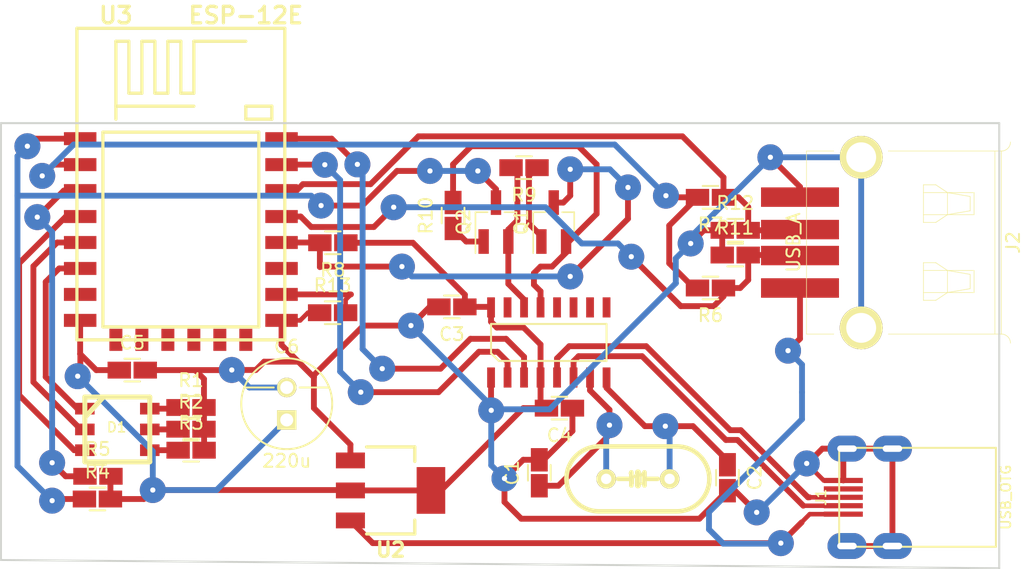
<source format=kicad_pcb>
(kicad_pcb (version 20221018) (generator pcbnew)
  (layers (0 "F.Cu" signal) (31 "B.Cu" signal) (34 "B.Paste" user) (35 "F.Paste" user) (36 "B.SilkS" user "B.Silkscreen") (37 "F.SilkS" user "F.Silkscreen") (38 "B.Mask" user) (39 "F.Mask" user) (44 "Edge.Cuts" user))
  (net 0 "")
  (net 1 "+3V3")
  (net 2 "GND")
  (net 3 "+5V")
  (net 4 "Net-(J2-Pad2)")
  (net 5 "Net-(J2-Pad3)")
  (net 6 "Net-(R6-Pad2)")
  (net 7 "Net-(R5-Pad1)")
  (net 8 "Net-(U3-Pad7)")
  (net 9 "Net-(U3-Pad17)")
  (net 10 "GPIO0")
  (net 11 "RXD")
  (net 12 "TXD")
  (net 13 "Net-(U3-Pad9)")
  (net 14 "Net-(U3-Pad10)")
  (net 15 "Net-(U3-Pad11)")
  (net 16 "Net-(U3-Pad12)")
  (net 17 "Net-(U3-Pad13)")
  (net 18 "Net-(U3-Pad14)")
  (net 19 "Net-(Q1-Pad1)")
  (net 20 "DTR")
  (net 21 "RTS")
  (net 22 "REST")
  (net 23 "Net-(Q2-Pad1)")
  (net 24 "Net-(C1-Pad1)")
  (net 25 "Net-(C2-Pad1)")
  (net 26 "Net-(J1-Pad4)")
  (net 27 "Net-(J1-Pad3)")
  (net 28 "Net-(J1-Pad2)")
  (net 29 "Net-(D1-Pad3)")
  (net 30 "Net-(D1-Pad2)")
  (net 31 "Net-(D1-Pad1)")
  (net 32 "Net-(U1-Pad9)")
  (net 33 "Net-(U1-Pad10)")
  (net 34 "Net-(U1-Pad11)")
  (net 35 "Net-(U1-Pad12)")
  (net 36 "Net-(U1-Pad15)")
  (net 37 "LED_B")
  (net 38 "LED_G")
  (net 39 "LED_R")
  (net 40 "Net-(R13-Pad2)")
  (footprint "coddingtonbear/coddingtonbear.pretty:0805_Milling" (layer "F.Cu") (at 121.412 53.34)
    (fp_text reference "R13" (at 0 -2.1) (layer "F.SilkS"))
    (fp_text value "10k")
    (pad "1" smd rect (at -1 0) (size 1.8 1.3) (layers "F.Cu" "F.Paste" "F.Mask") (net 2 "GND"))
    (pad "2" smd rect (at 1 0) (size 1.8 1.3) (layers "F.Cu" "F.Paste" "F.Mask") (net 40 "Net-(R13-Pad2)"))
  )
  (footprint "usagi1975/kicad_mod.pretty:Capacitor_Electrolytic_D6.3xP2.5" (layer "F.Cu") (at 117.88 60.35)
    (fp_text reference "C6" (at 0 -4.4) (layer "F.SilkS"))
    (fp_text value "220u" (at 0 4.4) (layer "F.SilkS"))
    (pad "1" thru_hole rect (at 0 1.25) (size 1.5 1.5) (drill 1) (layers "*.Cu" "*.Mask" "F.SilkS") (net 1 "+3V3"))
    (pad "2" thru_hole circle (at 0 -1.25) (size 1.5 1.5) (drill 1) (layers "*.Cu" "*.Mask" "F.SilkS") (net 2 "GND"))
  )
  (footprint "fruchti/fruchtilib/mod/module.pretty:ESP12E" (layer "F.Cu") (at 109.73 43.43)
    (fp_text reference "U3" (at -5 -13) (layer "F.SilkS") (effects (font (size 1.27 1.27) (thickness 0.25))))
    (fp_text value "ESP-12E" (at 5 -13) (layer "F.SilkS") (effects (font (size 1.27 1.27) (thickness 0.25))))
    (pad "1" smd rect (at -7.75 -3.5) (size 2.5 1) (layers "F.Cu" "F.Paste" "F.Mask") (net 22 "REST"))
    (pad "2" smd rect (at -7.75 -1.5) (size 2.5 1) (layers "F.Cu" "F.Paste" "F.Mask") (net 6 "Net-(R6-Pad2)"))
    (pad "3" smd rect (at -7.75 0.5) (size 2.5 1) (layers "F.Cu" "F.Paste" "F.Mask") (net 7 "Net-(R5-Pad1)"))
    (pad "4" smd rect (at -7.75 2.5) (size 2.5 1) (layers "F.Cu" "F.Paste" "F.Mask") (net 37 "LED_B"))
    (pad "5" smd rect (at -7.75 4.5) (size 2.5 1) (layers "F.Cu" "F.Paste" "F.Mask") (net 38 "LED_G"))
    (pad "6" smd rect (at -7.75 6.5) (size 2.5 1) (layers "F.Cu" "F.Paste" "F.Mask") (net 39 "LED_R"))
    (pad "7" smd rect (at -7.75 8.5) (size 2.5 1) (layers "F.Cu" "F.Paste" "F.Mask") (net 8 "Net-(U3-Pad7)"))
    (pad "8" smd rect (at -7.75 10.5) (size 2.5 1) (layers "F.Cu" "F.Paste" "F.Mask") (net 1 "+3V3"))
    (pad "9" smd rect (at -5 12 90) (size 1.7 1) (layers "F.Cu" "F.Paste" "F.Mask") (net 13 "Net-(U3-Pad9)"))
    (pad "10" smd rect (at -3 12 90) (size 1.7 1) (layers "F.Cu" "F.Paste" "F.Mask") (net 14 "Net-(U3-Pad10)"))
    (pad "11" smd rect (at -1 12 90) (size 1.7 1) (layers "F.Cu" "F.Paste" "F.Mask") (net 15 "Net-(U3-Pad11)"))
    (pad "12" smd rect (at 1 12 90) (size 1.7 1) (layers "F.Cu" "F.Paste" "F.Mask") (net 16 "Net-(U3-Pad12)"))
    (pad "13" smd rect (at 3 12 90) (size 1.7 1) (layers "F.Cu" "F.Paste" "F.Mask") (net 17 "Net-(U3-Pad13)"))
    (pad "14" smd rect (at 5 12 90) (size 1.7 1) (layers "F.Cu" "F.Paste" "F.Mask") (net 18 "Net-(U3-Pad14)"))
    (pad "15" smd rect (at 7.75 10.5) (size 2.5 1) (layers "F.Cu" "F.Paste" "F.Mask") (net 2 "GND"))
    (pad "16" smd rect (at 7.75 8.5) (size 2.5 1) (layers "F.Cu" "F.Paste" "F.Mask") (net 40 "Net-(R13-Pad2)"))
    (pad "17" smd rect (at 7.75 6.5) (size 2.5 1) (layers "F.Cu" "F.Paste" "F.Mask") (net 9 "Net-(U3-Pad17)"))
    (pad "18" smd rect (at 7.75 4.5) (size 2.5 1) (layers "F.Cu" "F.Paste" "F.Mask") (net 10 "GPIO0"))
    (pad "19" smd rect (at 7.75 2.5) (size 2.5 1) (layers "F.Cu" "F.Paste" "F.Mask") (net 4 "Net-(J2-Pad2)"))
    (pad "20" smd rect (at 7.75 0.5) (size 2.5 1) (layers "F.Cu" "F.Paste" "F.Mask") (net 5 "Net-(J2-Pad3)"))
    (pad "21" smd rect (at 7.75 -1.5) (size 2.5 1) (layers "F.Cu" "F.Paste" "F.Mask") (net 11 "RXD"))
    (pad "22" smd rect (at 7.75 -3.5) (size 2.5 1) (layers "F.Cu" "F.Paste" "F.Mask") (net 12 "TXD"))
  )
  (footprint "cpavlina/kicad-pcblib/pth-passive.pretty:XTAL-HC49US" (layer "F.Cu") (at 144.91 66.14)
    (fp_text reference "Y1" (at 0 0) (layer "F.SilkS") (effects (font (size 0.8 0.8))))
    (fp_text value "12M")
    (pad "1" thru_hole circle (at -2.44094 0) (size 1.5 1.5) (drill 0.8) (layers "*.Cu" "*.Mask" "F.SilkS") (net 24 "Net-(C1-Pad1)"))
    (pad "2" thru_hole circle (at 2.44094 0) (size 1.5 1.5) (drill 0.8) (layers "*.Cu" "*.Mask" "F.SilkS") (net 25 "Net-(C2-Pad1)"))
  )
  (footprint "coddingtonbear/coddingtonbear.pretty:UJ2-MIBH-4-SMT" (layer "F.Cu") (at 160.4 67.56 90)
    (fp_text reference "J1" (at 0 -1.397 90) (layer "F.SilkS") (effects (font (size 0.762 0.762) (thickness 0.127))))
    (fp_text value "USB_OTG" (at 0 12.827 90) (layer "F.SilkS") (effects (font (size 0.762 0.762) (thickness 0.127))))
    (pad "1" smd rect (at -1.29794 0.32004 90) (size 0.39878 3) (layers "F.Cu" "F.Paste" "F.Mask") (net 3 "+5V") (clearance 0.2032))
    (pad "2" smd rect (at -0.6477 0.32004 90) (size 0.39878 3) (layers "F.Cu" "F.Paste" "F.Mask") (net 28 "Net-(J1-Pad2)") (clearance 0.2032))
    (pad "3" smd rect (at 0 0.32004 90) (size 0.39878 3) (layers "F.Cu" "F.Paste" "F.Mask") (net 27 "Net-(J1-Pad3)") (clearance 0.2032))
    (pad "4" smd rect (at 0.6477 0.32004 90) (size 0.39878 3) (layers "F.Cu" "F.Paste" "F.Mask") (net 26 "Net-(J1-Pad4)") (clearance 0.2032))
    (pad "5" smd rect (at 1.29794 0.32004 90) (size 0.39878 3) (layers "F.Cu" "F.Paste" "F.Mask") (net 2 "GND") (clearance 0.2032))
    (pad "6" thru_hole oval (at -3.75 0.6 90) (size 2 3) (drill oval 0.5 1.5) (layers "*.Cu" "*.Mask") (net 2 "GND"))
    (pad "6" thru_hole oval (at -3.75 4.1 90) (size 2 3) (drill oval 0.5 1.5) (layers "*.Cu" "*.Mask") (net 2 "GND"))
    (pad "6" thru_hole oval (at 3.75 0.6 90) (size 2 3) (drill oval 0.5 1.5) (layers "*.Cu" "*.Mask") (net 2 "GND"))
    (pad "6" thru_hole oval (at 3.75 4.1 90) (size 2 3) (drill oval 0.5 1.5) (layers "*.Cu" "*.Mask") (net 2 "GND"))
  )
  (footprint "coddingtonbear/coddingtonbear.pretty:SLV6A-FKB" (layer "F.Cu") (at 104.84 62.33 180)
    (fp_text reference "D1" (at 0.05334 0.16256 180) (layer "F.SilkS") (effects (font (size 0.762 0.762) (thickness 0.127))))
    (fp_text value "LED_RGB" hide)
    (pad "1" smd rect (at -2.49936 1.6002 270) (size 0.89916 1.50114) (layers "F.Cu" "F.Paste" "F.Mask") (net 31 "Net-(D1-Pad1)"))
    (pad "2" smd rect (at -2.49936 0 270) (size 0.89916 1.50114) (layers "F.Cu" "F.Paste" "F.Mask") (net 30 "Net-(D1-Pad2)"))
    (pad "3" smd rect (at -2.49936 -1.6002 270) (size 0.89916 1.50114) (layers "F.Cu" "F.Paste" "F.Mask") (net 29 "Net-(D1-Pad3)"))
    (pad "4" smd rect (at 2.49936 -1.6002 270) (size 0.89916 1.50114) (layers "F.Cu" "F.Paste" "F.Mask") (net 37 "LED_B"))
    (pad "5" smd rect (at 2.49936 0 270) (size 0.89916 1.50114) (layers "F.Cu" "F.Paste" "F.Mask") (net 38 "LED_G"))
    (pad "6" smd rect (at 2.49936 1.6002 270) (size 0.89916 1.50114) (layers "F.Cu" "F.Paste" "F.Mask") (net 39 "LED_R"))
  )
  (footprint "coddingtonbear/coddingtonbear.pretty:0805_Milling" (layer "F.Cu") (at 137.32 65.67 90)
    (fp_text reference "C1" (at 0 -2.1 90) (layer "F.SilkS"))
    (fp_text value "22p")
    (pad "1" smd rect (at -1 0 90) (size 1.8 1.3) (layers "F.Cu" "F.Paste" "F.Mask") (net 24 "Net-(C1-Pad1)"))
    (pad "2" smd rect (at 1 0 90) (size 1.8 1.3) (layers "F.Cu" "F.Paste" "F.Mask") (net 2 "GND"))
  )
  (footprint "coddingtonbear/coddingtonbear.pretty:0805_Milling" (layer "F.Cu") (at 151.8 66.05 -90)
    (fp_text reference "C2" (at 0 -2.1 270) (layer "F.SilkS"))
    (fp_text value "22p")
    (pad "1" smd rect (at -1 0 270) (size 1.8 1.3) (layers "F.Cu" "F.Paste" "F.Mask") (net 25 "Net-(C2-Pad1)"))
    (pad "2" smd rect (at 1 0 270) (size 1.8 1.3) (layers "F.Cu" "F.Paste" "F.Mask") (net 2 "GND"))
  )
  (footprint "coddingtonbear/coddingtonbear.pretty:0805_Milling" (layer "F.Cu") (at 130.59 52.89 180)
    (fp_text reference "C3" (at 0 -2.1 180) (layer "F.SilkS"))
    (fp_text value "0.1u")
    (pad "1" smd rect (at -1 0 180) (size 1.8 1.3) (layers "F.Cu" "F.Paste" "F.Mask") (net 1 "+3V3"))
    (pad "2" smd rect (at 1 0 180) (size 1.8 1.3) (layers "F.Cu" "F.Paste" "F.Mask") (net 2 "GND"))
  )
  (footprint "coddingtonbear/coddingtonbear.pretty:0805_Milling" (layer "F.Cu") (at 138.87 60.69 180)
    (fp_text reference "C4" (at 0 -2.1 180) (layer "F.SilkS"))
    (fp_text value "0.1u")
    (pad "1" smd rect (at -1 0 180) (size 1.8 1.3) (layers "F.Cu" "F.Paste" "F.Mask") (net 2 "GND"))
    (pad "2" smd rect (at 1 0 180) (size 1.8 1.3) (layers "F.Cu" "F.Paste" "F.Mask") (net 1 "+3V3"))
  )
  (footprint "coddingtonbear/coddingtonbear.pretty:0805_Milling" (layer "F.Cu") (at 105.99 57.76)
    (fp_text reference "C5" (at 0 -2.1) (layer "F.SilkS"))
    (fp_text value "0.1u")
    (pad "1" smd rect (at -1 0) (size 1.8 1.3) (layers "F.Cu" "F.Paste" "F.Mask") (net 1 "+3V3"))
    (pad "2" smd rect (at 1 0) (size 1.8 1.3) (layers "F.Cu" "F.Paste" "F.Mask") (net 2 "GND"))
  )
  (footprint "coddingtonbear/coddingtonbear.pretty:0805_Milling" (layer "F.Cu") (at 110.51 60.64)
    (fp_text reference "R1" (at 0 -2.1) (layer "F.SilkS"))
    (fp_text value "?")
    (pad "1" smd rect (at -1 0) (size 1.8 1.3) (layers "F.Cu" "F.Paste" "F.Mask") (net 31 "Net-(D1-Pad1)"))
    (pad "2" smd rect (at 1 0) (size 1.8 1.3) (layers "F.Cu" "F.Paste" "F.Mask") (net 2 "GND"))
  )
  (footprint "coddingtonbear/coddingtonbear.pretty:0805_Milling" (layer "F.Cu") (at 110.51 62.31)
    (fp_text reference "R2" (at 0 -2.1) (layer "F.SilkS"))
    (fp_text value "?")
    (pad "1" smd rect (at -1 0) (size 1.8 1.3) (layers "F.Cu" "F.Paste" "F.Mask") (net 30 "Net-(D1-Pad2)"))
    (pad "2" smd rect (at 1 0) (size 1.8 1.3) (layers "F.Cu" "F.Paste" "F.Mask") (net 2 "GND"))
  )
  (footprint "coddingtonbear/coddingtonbear.pretty:0805_Milling" (layer "F.Cu") (at 110.52 63.93)
    (fp_text reference "R3" (at 0 -2.1) (layer "F.SilkS"))
    (fp_text value "?")
    (pad "1" smd rect (at -1 0) (size 1.8 1.3) (layers "F.Cu" "F.Paste" "F.Mask") (net 29 "Net-(D1-Pad3)"))
    (pad "2" smd rect (at 1 0) (size 1.8 1.3) (layers "F.Cu" "F.Paste" "F.Mask") (net 2 "GND"))
  )
  (footprint "coddingtonbear/coddingtonbear.pretty:0805_Milling" (layer "F.Cu") (at 103.31 67.69)
    (fp_text reference "R4" (at 0 -2.1) (layer "F.SilkS"))
    (fp_text value "10k")
    (pad "1" smd rect (at -1 0) (size 1.8 1.3) (layers "F.Cu" "F.Paste" "F.Mask") (net 22 "REST"))
    (pad "2" smd rect (at 1 0) (size 1.8 1.3) (layers "F.Cu" "F.Paste" "F.Mask") (net 1 "+3V3"))
  )
  (footprint "coddingtonbear/coddingtonbear.pretty:0805_Milling" (layer "F.Cu") (at 103.35 65.94)
    (fp_text reference "R5" (at 0 -2.1) (layer "F.SilkS"))
    (fp_text value "10k")
    (pad "1" smd rect (at -1 0) (size 1.8 1.3) (layers "F.Cu" "F.Paste" "F.Mask") (net 7 "Net-(R5-Pad1)"))
    (pad "2" smd rect (at 1 0) (size 1.8 1.3) (layers "F.Cu" "F.Paste" "F.Mask") (net 1 "+3V3"))
  )
  (footprint "coddingtonbear/coddingtonbear.pretty:0805_Milling" (layer "F.Cu") (at 150.495 51.435 180)
    (fp_text reference "R6" (at 0 -2.1 180) (layer "F.SilkS"))
    (fp_text value "JMP_D-")
    (pad "1" smd rect (at -1 0 180) (size 1.8 1.3) (layers "F.Cu" "F.Paste" "F.Mask") (net 4 "Net-(J2-Pad2)"))
    (pad "2" smd rect (at 1 0 180) (size 1.8 1.3) (layers "F.Cu" "F.Paste" "F.Mask") (net 6 "Net-(R6-Pad2)"))
  )
  (footprint "coddingtonbear/coddingtonbear.pretty:0805_Milling" (layer "F.Cu") (at 150.495 44.45 180)
    (fp_text reference "R7" (at 0 -2.1 180) (layer "F.SilkS"))
    (fp_text value "JMP_D+")
    (pad "1" smd rect (at -1 0 180) (size 1.8 1.3) (layers "F.Cu" "F.Paste" "F.Mask") (net 5 "Net-(J2-Pad3)"))
    (pad "2" smd rect (at 1 0 180) (size 1.8 1.3) (layers "F.Cu" "F.Paste" "F.Mask") (net 6 "Net-(R6-Pad2)"))
  )
  (footprint "coddingtonbear/coddingtonbear.pretty:0805_Milling" (layer "F.Cu") (at 121.43 47.95 180)
    (fp_text reference "R8" (at 0 -2.1 180) (layer "F.SilkS"))
    (fp_text value "4.7k")
    (pad "1" smd rect (at -1 0 180) (size 1.8 1.3) (layers "F.Cu" "F.Paste" "F.Mask") (net 1 "+3V3"))
    (pad "2" smd rect (at 1 0 180) (size 1.8 1.3) (layers "F.Cu" "F.Paste" "F.Mask") (net 10 "GPIO0"))
  )
  (footprint "coddingtonbear/coddingtonbear.pretty:0805_Milling" (layer "F.Cu") (at 136.144 42.164 180)
    (fp_text reference "R9" (at 0 -2.1 180) (layer "F.SilkS"))
    (fp_text value "10k")
    (pad "1" smd rect (at -1 0 180) (size 1.8 1.3) (layers "F.Cu" "F.Paste" "F.Mask") (net 19 "Net-(Q1-Pad1)"))
    (pad "2" smd rect (at 1 0 180) (size 1.8 1.3) (layers "F.Cu" "F.Paste" "F.Mask") (net 21 "RTS"))
  )
  (footprint "coddingtonbear/coddingtonbear.pretty:0805_Milling" (layer "F.Cu") (at 130.683 45.847 90)
    (fp_text reference "R10" (at 0 -2.1 90) (layer "F.SilkS"))
    (fp_text value "10k")
    (pad "1" smd rect (at -1 0 90) (size 1.8 1.3) (layers "F.Cu" "F.Paste" "F.Mask") (net 23 "Net-(Q2-Pad1)"))
    (pad "2" smd rect (at 1 0 90) (size 1.8 1.3) (layers "F.Cu" "F.Paste" "F.Mask") (net 20 "DTR"))
  )
  (footprint "coddingtonbear/coddingtonbear.pretty:0805_Milling" (layer "F.Cu") (at 152.4 48.895)
    (fp_text reference "R11" (at 0 -2.1) (layer "F.SilkS"))
    (fp_text value "15k")
    (pad "1" smd rect (at -1 0) (size 1.8 1.3) (layers "F.Cu" "F.Paste" "F.Mask") (net 2 "GND"))
    (pad "2" smd rect (at 1 0) (size 1.8 1.3) (layers "F.Cu" "F.Paste" "F.Mask") (net 4 "Net-(J2-Pad2)"))
  )
  (footprint "coddingtonbear/coddingtonbear.pretty:0805_Milling" (layer "F.Cu") (at 152.4 46.99)
    (fp_text reference "R12" (at 0 -2.1) (layer "F.SilkS"))
    (fp_text value "15k")
    (pad "1" smd rect (at -1 0) (size 1.8 1.3) (layers "F.Cu" "F.Paste" "F.Mask") (net 2 "GND"))
    (pad "2" smd rect (at 1 0) (size 1.8 1.3) (layers "F.Cu" "F.Paste" "F.Mask") (net 5 "Net-(J2-Pad3)"))
  )
  (footprint "adamgreig/agg-kicad/agg.pretty:SOIC-16" (layer "F.Cu") (at 138.05 55.63 90)
    (fp_text reference "U1")
    (fp_text value "CH340G")
    (pad "1" smd rect (at -2.7 -4.445 90) (size 1.55 0.6) (layers "F.Cu" "F.Paste" "F.Mask") (net 2 "GND"))
    (pad "2" smd rect (at -2.7 -3.175 90) (size 1.55 0.6) (layers "F.Cu" "F.Paste" "F.Mask") (net 11 "RXD"))
    (pad "3" smd rect (at -2.7 -1.905 90) (size 1.55 0.6) (layers "F.Cu" "F.Paste" "F.Mask") (net 12 "TXD"))
    (pad "4" smd rect (at -2.7 -0.635 90) (size 1.55 0.6) (layers "F.Cu" "F.Paste" "F.Mask") (net 1 "+3V3"))
    (pad "5" smd rect (at -2.7 0.635 90) (size 1.55 0.6) (layers "F.Cu" "F.Paste" "F.Mask") (net 27 "Net-(J1-Pad3)"))
    (pad "6" smd rect (at -2.7 1.905 90) (size 1.55 0.6) (layers "F.Cu" "F.Paste" "F.Mask") (net 28 "Net-(J1-Pad2)"))
    (pad "7" smd rect (at -2.7 3.175 90) (size 1.55 0.6) (layers "F.Cu" "F.Paste" "F.Mask") (net 24 "Net-(C1-Pad1)"))
    (pad "8" smd rect (at -2.7 4.445 90) (size 1.55 0.6) (layers "F.Cu" "F.Paste" "F.Mask") (net 25 "Net-(C2-Pad1)"))
    (pad "9" smd rect (at 2.7 4.445 90) (size 1.55 0.6) (layers "F.Cu" "F.Paste" "F.Mask") (net 32 "Net-(U1-Pad9)"))
    (pad "10" smd rect (at 2.7 3.175 90) (size 1.55 0.6) (layers "F.Cu" "F.Paste" "F.Mask") (net 33 "Net-(U1-Pad10)"))
    (pad "11" smd rect (at 2.7 1.905 90) (size 1.55 0.6) (layers "F.Cu" "F.Paste" "F.Mask") (net 34 "Net-(U1-Pad11)"))
    (pad "12" smd rect (at 2.7 0.635 90) (size 1.55 0.6) (layers "F.Cu" "F.Paste" "F.Mask") (net 35 "Net-(U1-Pad12)"))
    (pad "13" smd rect (at 2.7 -0.635 90) (size 1.55 0.6) (layers "F.Cu" "F.Paste" "F.Mask") (net 20 "DTR"))
    (pad "14" smd rect (at 2.7 -1.905 90) (size 1.55 0.6) (layers "F.Cu" "F.Paste" "F.Mask") (net 21 "RTS"))
    (pad "15" smd rect (at 2.7 -3.175 90) (size 1.55 0.6) (layers "F.Cu" "F.Paste" "F.Mask") (net 36 "Net-(U1-Pad15)"))
    (pad "16" smd rect (at 2.7 -4.445 90) (size 1.55 0.6) (layers "F.Cu" "F.Paste" "F.Mask") (net 1 "+3V3"))
  )
  (footprint "OLIMEX/KiCAD/KiCAD_Footprints/OLIMEX_Regulators-FP.pretty:SOT223" (layer "F.Cu") (at 125.88 67.03 180)
    (fp_text reference "U2" (at 0 -4.572 180) (layer "F.SilkS") (effects (font (size 1.1 1.1) (thickness 0.254))))
    (fp_text value "AP1117-33")
    (pad "1" smd rect (at 3.0988 2.3114 270) (size 1.2192 2.2352) (layers "F.Cu" "F.Paste" "F.Mask") (net 2 "GND"))
    (pad "2" smd rect (at -3.099 0 270) (size 3.6 2.2) (layers "F.Cu" "F.Paste" "F.Mask") (net 1 "+3V3"))
    (pad "2" smd rect (at 3.0988 0 270) (size 1.2192 2.2352) (layers "F.Cu" "F.Paste" "F.Mask") (net 1 "+3V3"))
    (pad "3" smd rect (at 3.0988 -2.3114 270) (size 1.2192 2.2352) (layers "F.Cu" "F.Paste" "F.Mask") (net 3 "+5V"))
  )
  (footprint "johslarsen/Connectors.pretty:USB_A_Female" (layer "F.Cu") (at 159.385 51.435 90)
    (fp_text reference "J2" (at 3.5 14.4 270) (layer "F.SilkS"))
    (fp_text value "USB_A" (at 3.5 -2.5 90) (layer "F.SilkS"))
    (pad "1" smd rect (at 0 -2 90) (size 1.5 6) (layers "F.Cu" "F.Paste" "F.Mask") (net 3 "+5V"))
    (pad "2" smd rect (at 2.5 -2 90) (size 1.5 6) (layers "F.Cu" "F.Paste" "F.Mask") (net 4 "Net-(J2-Pad2)"))
    (pad "3" smd rect (at 4.5 -2 90) (size 1.5 6) (layers "F.Cu" "F.Paste" "F.Mask") (net 5 "Net-(J2-Pad3)"))
    (pad "4" smd rect (at 7 -2 90) (size 1.5 6) (layers "F.Cu" "F.Paste" "F.Mask") (net 2 "GND"))
    (pad "5" thru_hole circle (at -3.071 2.71 90) (size 3.3 3.3) (drill 2.3) (layers "*.Cu" "*.Mask" "F.SilkS") (net 2 "GND"))
    (pad "5" thru_hole circle (at 10.071 2.71 90) (size 3.3 3.3) (drill 2.3) (layers "*.Cu" "*.Mask" "F.SilkS") (net 2 "GND"))
  )
  (footprint "KiCad/TO_SOT_Packages_SMD.pretty:SOT-23_Handsoldering" (layer "F.Cu") (at 138.43 46.355 90)
    (fp_text reference "Q1" (at 0 -2.5 90) (layer "F.SilkS"))
    (fp_text value "Q_NPN_BEC")
    (pad "1" smd rect (at -1.5 -0.95 90) (size 1.9 0.8) (layers "F.Cu" "F.Paste" "F.Mask") (net 19 "Net-(Q1-Pad1)"))
    (pad "2" smd rect (at -1.5 0.95 90) (size 1.9 0.8) (layers "F.Cu" "F.Paste" "F.Mask") (net 20 "DTR"))
    (pad "3" smd rect (at 1.5 0 90) (size 1.9 0.8) (layers "F.Cu" "F.Paste" "F.Mask") (net 10 "GPIO0"))
  )
  (footprint "KiCad/TO_SOT_Packages_SMD.pretty:SOT-23_Handsoldering" (layer "F.Cu") (at 133.985 46.355 90)
    (fp_text reference "Q2" (at 0 -2.5 90) (layer "F.SilkS"))
    (fp_text value "Q_NPN_BEC")
    (pad "1" smd rect (at -1.5 -0.95 90) (size 1.9 0.8) (layers "F.Cu" "F.Paste" "F.Mask") (net 23 "Net-(Q2-Pad1)"))
    (pad "2" smd rect (at -1.5 0.95 90) (size 1.9 0.8) (layers "F.Cu" "F.Paste" "F.Mask") (net 21 "RTS"))
    (pad "3" smd rect (at 1.5 0 90) (size 1.9 0.8) (layers "F.Cu" "F.Paste" "F.Mask") (net 22 "REST"))
  )
  (gr_line (start 95.885 38.735) (end 172.72 38.735) (stroke (width 0.15)) (layer "Edge.Cuts"))
  (gr_line (start 172.72 73.025) (end 95.885 72.39) (stroke (width 0.15)) (layer "Edge.Cuts"))
  (gr_line (start 95.885 72.39) (end 95.885 38.735) (stroke (width 0.15)) (layer "Edge.Cuts"))
  (gr_line (start 172.72 38.735) (end 172.72 73.025) (stroke (width 0.15)) (layer "Edge.Cuts"))
  (segment (start 137.415 60.235) (end 137.87 60.69) (width 0.45) (layer "F.Cu") (net 1))
  (segment (start 129.75 67.03) (end 136.09 60.69) (width 0.45) (layer "F.Cu") (net 1))
  (segment (start 136.09 60.69) (end 137.87 60.69) (width 0.45) (layer "F.Cu") (net 1))
  (segment (start 133.565 52.89) (end 133.605 52.93) (width 0.45) (layer "F.Cu") (net 1))
  (segment (start 131.59 51.95) (end 127.59 47.95) (width 0.45) (layer "F.Cu") (net 1))
  (segment (start 127.59 47.95) (end 122.43 47.95) (width 0.45) (layer "F.Cu") (net 1))
  (segment (start 133.605 54.035) (end 134.05 54.48) (width 0.45) (layer "F.Cu") (net 1))
  (segment (start 134.05 54.48) (end 136.11 54.48) (width 0.45) (layer "F.Cu") (net 1))
  (segment (start 136.11 54.48) (end 137.415 55.785) (width 0.45) (layer "F.Cu") (net 1))
  (segment (start 137.415 55.785) (end 137.415 58.33) (width 0.45) (layer "F.Cu") (net 1))
  (segment (start 103.22 57.76) (end 101.995 56.535) (width 0.45) (layer "F.Cu") (net 1))
  (segment (start 101.98 56.52) (end 101.98 53.93) (width 0.45) (layer "F.Cu") (net 1))
  (segment (start 104.31 65.98) (end 104.35 65.94) (width 0.45) (layer "F.Cu") (net 1))
  (segment (start 107.57 67) (end 106.88 67.69) (width 0.45) (layer "F.Cu") (net 1))
  (segment (start 104.31 67.69) (end 106.88 67.69) (width 0.45) (layer "F.Cu") (net 1))
  (segment (start 122.7512 67) (end 122.7812 67.03) (width 0.45) (layer "F.Cu") (net 1))
  (segment (start 101.995 56.535) (end 101.98 56.52) (width 0.45) (layer "F.Cu") (net 1))
  (segment (start 101.995 58.025) (end 101.79 58.23) (width 0.45) (layer "F.Cu") (net 1))
  (segment (start 122.7812 67.03) (end 128.979 67.03) (width 0.45) (layer "F.Cu") (net 1))
  (segment (start 107.57 67) (end 122.7512 67) (width 0.45) (layer "F.Cu") (net 1))
  (segment (start 131.59 52.89) (end 131.59 51.95) (width 0.45) (layer "F.Cu") (net 1))
  (segment (start 131.59 52.89) (end 133.565 52.89) (width 0.45) (layer "F.Cu") (net 1))
  (segment (start 137.415 58.33) (end 137.415 60.235) (width 0.45) (layer "F.Cu") (net 1))
  (segment (start 101.995 56.535) (end 101.995 58.025) (width 0.45) (layer "F.Cu") (net 1))
  (segment (start 133.605 52.93) (end 133.605 54.035) (width 0.45) (layer "F.Cu") (net 1))
  (segment (start 128.979 67.03) (end 129.75 67.03) (width 0.45) (layer "F.Cu") (net 1))
  (segment (start 104.99 57.76) (end 103.22 57.76) (width 0.45) (layer "F.Cu") (net 1))
  (segment (start 104.31 67.69) (end 104.31 65.98) (width 0.45) (layer "F.Cu") (net 1))
  (via (at 107.57 67) (size 2) (drill 0.4) (layers "F.Cu" "B.Cu") (net 1))
  (via (at 101.79 58.23) (size 2) (drill 0.4) (layers "F.Cu" "B.Cu") (net 1))
  (segment (start 112.48 67) (end 117.88 61.6) (width 0.45) (layer "B.Cu") (net 1))
  (segment (start 101.79 58.23) (end 107.57 64.01) (width 0.45) (layer "B.Cu") (net 1))
  (segment (start 107.57 64.01) (end 107.57 67) (width 0.45) (layer "B.Cu") (net 1))
  (segment (start 107.57 67) (end 112.48 67) (width 0.45) (layer "B.Cu") (net 1))
  (segment (start 119.507 53.34) (end 118.917 53.93) (width 0.35) (layer "F.Cu") (net 2))
  (segment (start 118.917 53.93) (end 117.48 53.93) (width 0.35) (layer "F.Cu") (net 2))
  (segment (start 137.65 64.67) (end 139.87 62.45) (width 0.45) (layer "F.Cu") (net 2))
  (segment (start 139.87 62.45) (end 139.87 60.69) (width 0.45) (layer "F.Cu") (net 2))
  (segment (start 136.08 64.67) (end 134.64 66.11) (width 0.45) (layer "F.Cu") (net 2))
  (segment (start 134.64 66.11) (end 134.64 67.92) (width 0.45) (layer "F.Cu") (net 2))
  (segment (start 134.64 67.92) (end 135.93 69.21) (width 0.45) (layer "F.Cu") (net 2))
  (segment (start 135.93 69.21) (end 149.64 69.21) (width 0.45) (layer "F.Cu") (net 2))
  (segment (start 149.64 69.21) (end 151.8 67.05) (width 0.45) (layer "F.Cu") (net 2))
  (segment (start 160.72004 64.08996) (end 161 63.81) (width 0.45) (layer "F.Cu") (net 2))
  (segment (start 152.38 67.05) (end 154.05 68.72) (width 0.45) (layer "F.Cu") (net 2))
  (segment (start 157.97 64.95) (end 159.11 63.81) (width 0.45) (layer "F.Cu") (net 2))
  (segment (start 159.11 63.81) (end 161 63.81) (width 0.45) (layer "F.Cu") (net 2))
  (segment (start 159.21206 66.26206) (end 157.9 64.95) (width 0.35) (layer "F.Cu") (net 2))
  (segment (start 133.605 60.845) (end 133.62 60.86) (width 0.45) (layer "F.Cu") (net 2))
  (segment (start 128.88 52.89) (end 127.44 54.33) (width 0.45) (layer "F.Cu") (net 2))
  (segment (start 111.52 62.32) (end 111.51 62.31) (width 0.45) (layer "F.Cu") (net 2))
  (segment (start 110.83 57.76) (end 111.51 58.44) (width 0.45) (layer "F.Cu") (net 2))
  (segment (start 111.51 58.44) (end 111.51 60.64) (width 0.45) (layer "F.Cu") (net 2))
  (segment (start 110.8 57.76) (end 110.83 57.76) (width 0.45) (layer "F.Cu") (net 2))
  (segment (start 113.64 57.76) (end 113.65 57.75) (width 0.45) (layer "F.Cu") (net 2))
  (segment (start 122.7812 63.4912) (end 119.97 60.68) (width 0.45) (layer "F.Cu") (net 2))
  (segment (start 119.97 60.68) (end 119.97 58.31) (width 0.45) (layer "F.Cu") (net 2))
  (segment (start 119.97 58.31) (end 118.77 57.11) (width 0.45) (layer "F.Cu") (net 2))
  (segment (start 118.77 57.11) (end 116.14 57.11) (width 0.45) (layer "F.Cu") (net 2))
  (segment (start 116.14 57.11) (end 115.5 57.75) (width 0.45) (layer "F.Cu") (net 2))
  (segment (start 115.5 57.75) (end 113.65 57.75) (width 0.45) (layer "F.Cu") (net 2))
  (segment (start 117.48 55.82) (end 118.77 57.11) (width 0.45) (layer "F.Cu") (net 2))
  (segment (start 119.97 58.15) (end 123.79 54.33) (width 0.45) (layer "F.Cu") (net 2))
  (segment (start 123.79 54.33) (end 127.44 54.33) (width 0.45) (layer "F.Cu") (net 2))
  (segment (start 149.987 46.99) (end 148.971 48.006) (width 0.45) (layer "F.Cu") (net 2))
  (segment (start 157.385 43.644) (end 155.105 41.364) (width 0.45) (layer "F.Cu") (net 2))
  (segment (start 157.385 44.435) (end 157.385 43.644) (width 0.45) (layer "F.Cu") (net 2))
  (segment (start 111.52 63.93) (end 111.52 62.32) (width 0.45) (layer "F.Cu") (net 2))
  (segment (start 119.97 58.31) (end 119.97 58.15) (width 0.45) (layer "F.Cu") (net 2))
  (segment (start 160.72004 66.26206) (end 159.21206 66.26206) (width 0.35) (layer "F.Cu") (net 2))
  (segment (start 157.9 64.95) (end 157.97 64.95) (width 0.45) (layer "F.Cu") (net 2))
  (segment (start 111.51 62.31) (end 111.51 60.64) (width 0.45) (layer "F.Cu") (net 2))
  (segment (start 160.72004 66.26206) (end 160.72004 64.08996) (width 0.45) (layer "F.Cu") (net 2))
  (segment (start 110.8 57.76) (end 113.64 57.76) (width 0.45) (layer "F.Cu") (net 2))
  (segment (start 122.7812 64.7186) (end 122.7812 63.4912) (width 0.45) (layer "F.Cu") (net 2))
  (segment (start 151.8 67.05) (end 152.38 67.05) (width 0.45) (layer "F.Cu") (net 2))
  (segment (start 151.4 46.99) (end 149.987 46.99) (width 0.45) (layer "F.Cu") (net 2))
  (segment (start 120.412 53.34) (end 119.507 53.34) (width 0.35) (layer "F.Cu") (net 2))
  (segment (start 129.59 52.89) (end 128.88 52.89) (width 0.45) (layer "F.Cu") (net 2))
  (segment (start 161 71.31) (end 164.5 71.31) (width 0.45) (layer "F.Cu") (net 2))
  (segment (start 164.5 71.31) (end 164.5 63.81) (width 0.45) (layer "F.Cu") (net 2))
  (segment (start 133.605 58.33) (end 133.605 60.845) (width 0.45) (layer "F.Cu") (net 2))
  (segment (start 137.32 64.67) (end 136.08 64.67) (width 0.45) (layer "F.Cu") (net 2))
  (segment (start 117.48 53.93) (end 117.48 55.82) (width 0.45) (layer "F.Cu") (net 2))
  (segment (start 106.99 57.76) (end 110.8 57.76) (width 0.45) (layer "F.Cu") (net 2))
  (segment (start 137.32 64.67) (end 137.65 64.67) (width 0.45) (layer "F.Cu") (net 2))
  (segment (start 151.4 48.895) (end 151.4 46.99) (width 0.45) (layer "F.Cu") (net 2))
  (segment (start 161 63.81) (end 164.5 63.81) (width 0.45) (layer "F.Cu") (net 2))
  (via (at 154.05 68.72) (size 2) (drill 0.4) (layers "F.Cu" "B.Cu") (net 2))
  (via (at 133.62 60.86) (size 2) (drill 0.4) (layers "F.Cu" "B.Cu") (net 2))
  (via (at 157.9 64.95) (size 2) (drill 0.4) (layers "F.Cu" "B.Cu") (net 2))
  (via (at 134.64 66.11) (size 2) (drill 0.4) (layers "F.Cu" "B.Cu") (net 2))
  (via (at 148.971 48.006) (size 2) (drill 0.4) (layers "F.Cu" "B.Cu") (net 2))
  (via (at 127.44 54.33) (size 2) (drill 0.4) (layers "F.Cu" "B.Cu") (net 2))
  (via (at 113.65 57.75) (size 2) (drill 0.4) (layers "F.Cu" "B.Cu") (net 2))
  (via (at 155.105 41.364) (size 2) (drill 0.4) (layers "F.Cu" "B.Cu") (net 2))
  (segment (start 154.13 68.72) (end 157.9 64.95) (width 0.45) (layer "B.Cu") (net 2))
  (segment (start 133.62 60.86) (end 133.7 60.78) (width 0.45) (layer "B.Cu") (net 2))
  (segment (start 133.7 60.78) (end 138.11 60.78) (width 0.45) (layer "B.Cu") (net 2))
  (segment (start 138.11 60.78) (end 147.825 51.065) (width 0.45) (layer "B.Cu") (net 2))
  (segment (start 127.44 54.33) (end 133.62 60.51) (width 0.45) (layer "B.Cu") (net 2))
  (segment (start 133.62 60.51) (end 133.62 60.86) (width 0.45) (layer "B.Cu") (net 2))
  (segment (start 147.825 51.065) (end 147.83 51.06) (width 0.45) (layer "B.Cu") (net 2))
  (segment (start 113.65 57.75) (end 115 59.1) (width 0.45) (layer "B.Cu") (net 2))
  (segment (start 115 59.1) (end 117.88 59.1) (width 0.45) (layer "B.Cu") (net 2))
  (segment (start 133.62 65.09) (end 134.64 66.11) (width 0.45) (layer "B.Cu") (net 2))
  (segment (start 133.62 60.86) (end 133.62 65.09) (width 0.45) (layer "B.Cu") (net 2))
  (segment (start 148.971 48.006) (end 147.825 49.152) (width 0.45) (layer "B.Cu") (net 2))
  (segment (start 147.825 49.152) (end 147.825 51.065) (width 0.45) (layer "B.Cu") (net 2))
  (segment (start 148.971 47.498) (end 155.105 41.364) (width 0.45) (layer "B.Cu") (net 2))
  (segment (start 155.105 41.364) (end 162.095 41.364) (width 0.45) (layer "B.Cu") (net 2))
  (segment (start 148.971 48.006) (end 148.971 47.498) (width 0.45) (layer "B.Cu") (net 2))
  (segment (start 162.095 54.506) (end 162.095 41.364) (width 0.45) (layer "B.Cu") (net 2))
  (segment (start 154.05 68.72) (end 154.13 68.72) (width 0.45) (layer "B.Cu") (net 2))
  (segment (start 156.464 56.261) (end 157.385 55.34) (width 0.45) (layer "F.Cu") (net 3))
  (segment (start 157.385 55.34) (end 157.385 51.435) (width 0.45) (layer "F.Cu") (net 3))
  (segment (start 122.7812 69.3712) (end 124.5 71.09) (width 0.45) (layer "F.Cu") (net 3))
  (segment (start 124.5 71.09) (end 155.91 71.09) (width 0.45) (layer "F.Cu") (net 3))
  (segment (start 155.91 71.09) (end 157.51 69.49) (width 0.45) (layer "F.Cu") (net 3))
  (segment (start 157.51 69.48) (end 158.13206 68.85794) (width 0.35) (layer "F.Cu") (net 3))
  (segment (start 158.13206 68.85794) (end 160.72004 68.85794) (width 0.35) (layer "F.Cu") (net 3))
  (segment (start 157.51 69.49) (end 157.51 69.48) (width 0.35) (layer "F.Cu") (net 3))
  (segment (start 122.7812 69.3414) (end 122.7812 69.3712) (width 0.45) (layer "F.Cu") (net 3))
  (via (at 155.91 71.09) (size 2) (drill 0.4) (layers "F.Cu" "B.Cu") (net 3))
  (via (at 156.464 56.261) (size 2) (drill 0.4) (layers "F.Cu" "B.Cu") (net 3))
  (segment (start 157.54 57.337) (end 156.464 56.261) (width 0.45) (layer "B.Cu") (net 3))
  (segment (start 155.91 71.09) (end 155.87 71.13) (width 0.45) (layer "B.Cu") (net 3))
  (segment (start 155.87 71.13) (end 151.48 71.13) (width 0.45) (layer "B.Cu") (net 3))
  (segment (start 151.48 71.13) (end 150.38 70.03) (width 0.45) (layer "B.Cu") (net 3))
  (segment (start 150.38 70.03) (end 150.38 68.7) (width 0.45) (layer "B.Cu") (net 3))
  (segment (start 150.38 68.7) (end 157.54 61.54) (width 0.45) (layer "B.Cu") (net 3))
  (segment (start 157.54 61.54) (end 157.54 59.47) (width 0.45) (layer "B.Cu") (net 3))
  (segment (start 157.54 59.47) (end 157.54 57.337) (width 0.45) (layer "B.Cu") (net 3))
  (segment (start 157.345 48.895) (end 157.385 48.935) (width 0.45) (layer "F.Cu") (net 4))
  (segment (start 152.781 51.435) (end 153.4 50.816) (width 0.45) (layer "F.Cu") (net 4))
  (segment (start 153.4 50.816) (end 153.4 48.895) (width 0.45) (layer "F.Cu") (net 4))
  (segment (start 151.495 52.086) (end 150.749 52.832) (width 0.45) (layer "F.Cu") (net 4))
  (segment (start 150.749 52.832) (end 148.209 52.832) (width 0.45) (layer "F.Cu") (net 4))
  (segment (start 148.209 52.832) (end 144.399 49.022) (width 0.45) (layer "F.Cu") (net 4))
  (segment (start 126.111 45.212) (end 125.393 45.93) (width 0.45) (layer "F.Cu") (net 4))
  (segment (start 118.955 45.93) (end 119.761 46.736) (width 0.45) (layer "F.Cu") (net 4))
  (segment (start 119.761 46.736) (end 124.587 46.736) (width 0.45) (layer "F.Cu") (net 4))
  (segment (start 124.587 46.736) (end 126.111 45.212) (width 0.45) (layer "F.Cu") (net 4))
  (segment (start 151.495 51.435) (end 151.495 52.086) (width 0.45) (layer "F.Cu") (net 4))
  (segment (start 153.4 48.895) (end 157.345 48.895) (width 0.45) (layer "F.Cu") (net 4))
  (segment (start 117.48 45.93) (end 118.955 45.93) (width 0.45) (layer "F.Cu") (net 4))
  (segment (start 151.495 51.435) (end 152.781 51.435) (width 0.45) (layer "F.Cu") (net 4))
  (via (at 126.111 45.212) (size 2) (drill 0.4) (layers "F.Cu" "B.Cu") (net 4))
  (via (at 144.399 49.022) (size 2) (drill 0.4) (layers "F.Cu" "B.Cu") (net 4))
  (segment (start 144.399 49.022) (end 143.383 48.006) (width 0.45) (layer "B.Cu") (net 4))
  (segment (start 143.383 48.006) (end 140.589 48.006) (width 0.45) (layer "B.Cu") (net 4))
  (segment (start 140.589 48.006) (end 137.795 45.212) (width 0.45) (layer "B.Cu") (net 4))
  (segment (start 137.795 45.212) (end 126.111 45.212) (width 0.45) (layer "B.Cu") (net 4))
  (segment (start 157.33 46.99) (end 157.385 46.935) (width 0.45) (layer "F.Cu") (net 5))
  (segment (start 152.654 44.45) (end 153.4 45.196) (width 0.45) (layer "F.Cu") (net 5))
  (segment (start 153.4 45.196) (end 153.4 46.99) (width 0.45) (layer "F.Cu") (net 5))
  (segment (start 128.397 39.751) (end 148.336 39.751) (width 0.45) (layer "F.Cu") (net 5))
  (segment (start 148.336 39.751) (end 151.495 42.91) (width 0.45) (layer "F.Cu") (net 5))
  (segment (start 151.495 42.91) (end 151.495 44.45) (width 0.45) (layer "F.Cu") (net 5))
  (segment (start 118.63 43.93) (end 119.126 43.434) (width 0.45) (layer "F.Cu") (net 5))
  (segment (start 119.126 43.434) (end 124.333 43.434) (width 0.45) (layer "F.Cu") (net 5))
  (segment (start 124.333 43.434) (end 128.016 39.751) (width 0.45) (layer "F.Cu") (net 5))
  (segment (start 128.016 39.751) (end 128.397 39.751) (width 0.45) (layer "F.Cu") (net 5))
  (segment (start 117.48 43.93) (end 118.63 43.93) (width 0.45) (layer "F.Cu") (net 5))
  (segment (start 151.495 44.45) (end 152.654 44.45) (width 0.45) (layer "F.Cu") (net 5))
  (segment (start 153.4 46.99) (end 157.33 46.99) (width 0.45) (layer "F.Cu") (net 5))
  (segment (start 149.225 51.435) (end 147.32 49.53) (width 0.45) (layer "F.Cu") (net 6))
  (segment (start 147.32 49.53) (end 147.32 46.625) (width 0.45) (layer "F.Cu") (net 6))
  (segment (start 147.32 46.625) (end 149.495 44.45) (width 0.45) (layer "F.Cu") (net 6))
  (segment (start 99.929 41.93) (end 99.06 42.799) (width 0.45) (layer "F.Cu") (net 6))
  (segment (start 147.066 44.323) (end 147.193 44.45) (width 0.45) (layer "F.Cu") (net 6))
  (segment (start 147.193 44.45) (end 149.495 44.45) (width 0.45) (layer "F.Cu") (net 6))
  (segment (start 149.495 51.435) (end 149.225 51.435) (width 0.45) (layer "F.Cu") (net 6))
  (segment (start 101.98 41.93) (end 99.929 41.93) (width 0.45) (layer "F.Cu") (net 6))
  (via (at 147.066 44.323) (size 2) (drill 0.4) (layers "F.Cu" "B.Cu") (net 6))
  (via (at 99.06 42.799) (size 2) (drill 0.4) (layers "F.Cu" "B.Cu") (net 6))
  (segment (start 99.06 42.799) (end 101.473 40.386) (width 0.45) (layer "B.Cu") (net 6))
  (segment (start 101.473 40.386) (end 143.129 40.386) (width 0.45) (layer "B.Cu") (net 6))
  (segment (start 143.129 40.386) (end 147.066 44.323) (width 0.45) (layer "B.Cu") (net 6))
  (segment (start 99.822 64.897) (end 100.865 65.94) (width 0.45) (layer "F.Cu") (net 7))
  (segment (start 100.865 65.94) (end 102.35 65.94) (width 0.45) (layer "F.Cu") (net 7))
  (segment (start 100.723 43.93) (end 98.679 45.974) (width 0.45) (layer "F.Cu") (net 7))
  (segment (start 101.98 43.93) (end 100.723 43.93) (width 0.45) (layer "F.Cu") (net 7))
  (via (at 99.822 64.897) (size 2) (drill 0.4) (layers "F.Cu" "B.Cu") (net 7))
  (via (at 98.679 45.974) (size 2) (drill 0.4) (layers "F.Cu" "B.Cu") (net 7))
  (segment (start 98.679 45.974) (end 99.822 47.117) (width 0.45) (layer "B.Cu") (net 7))
  (segment (start 99.822 47.117) (end 99.822 64.897) (width 0.45) (layer "B.Cu") (net 7))
  (segment (start 120.41 47.93) (end 120.43 47.95) (width 0.45) (layer "F.Cu") (net 10))
  (segment (start 120.43 49.818) (end 120.464 49.784) (width 0.45) (layer "F.Cu") (net 10))
  (segment (start 120.464 49.784) (end 126.746 49.784) (width 0.45) (layer "F.Cu") (net 10))
  (segment (start 139.7 50.546) (end 144.145 46.101) (width 0.45) (layer "F.Cu") (net 10))
  (segment (start 144.145 46.101) (end 144.145 43.688) (width 0.45) (layer "F.Cu") (net 10))
  (segment (start 139.7 42.291) (end 139.7 44.323) (width 0.45) (layer "F.Cu") (net 10))
  (segment (start 139.7 44.323) (end 139.168 44.855) (width 0.45) (layer "F.Cu") (net 10))
  (segment (start 139.168 44.855) (end 138.43 44.855) (width 0.45) (layer "F.Cu") (net 10))
  (segment (start 120.43 47.95) (end 120.43 49.818) (width 0.45) (layer "F.Cu") (net 10))
  (segment (start 117.48 47.93) (end 120.41 47.93) (width 0.45) (layer "F.Cu") (net 10))
  (via (at 139.7 42.291) (size 2) (drill 0.4) (layers "F.Cu" "B.Cu") (net 10))
  (via (at 139.7 50.546) (size 2) (drill 0.4) (layers "F.Cu" "B.Cu") (net 10))
  (via (at 126.746 49.784) (size 2) (drill 0.4) (layers "F.Cu" "B.Cu") (net 10))
  (via (at 144.145 43.688) (size 2) (drill 0.4) (layers "F.Cu" "B.Cu") (net 10))
  (segment (start 126.746 49.784) (end 127.508 50.546) (width 0.45) (layer "B.Cu") (net 10))
  (segment (start 127.508 50.546) (end 139.7 50.546) (width 0.45) (layer "B.Cu") (net 10))
  (segment (start 144.145 43.688) (end 142.748 42.291) (width 0.45) (layer "B.Cu") (net 10))
  (segment (start 142.748 42.291) (end 139.7 42.291) (width 0.45) (layer "B.Cu") (net 10))
  (segment (start 134.875 57.115) (end 134.11 56.35) (width 0.45) (layer "F.Cu") (net 11))
  (segment (start 134.11 56.35) (end 132.67 56.35) (width 0.45) (layer "F.Cu") (net 11))
  (segment (start 132.67 56.35) (end 129.56 59.46) (width 0.45) (layer "F.Cu") (net 11))
  (segment (start 129.56 59.46) (end 123.58 59.46) (width 0.45) (layer "F.Cu") (net 11))
  (segment (start 120.81 41.94) (end 120.8 41.93) (width 0.45) (layer "F.Cu") (net 11))
  (segment (start 120.8 41.93) (end 117.48 41.93) (width 0.45) (layer "F.Cu") (net 11))
  (segment (start 134.875 58.33) (end 134.875 57.115) (width 0.45) (layer "F.Cu") (net 11))
  (via (at 120.81 41.94) (size 2) (drill 0.4) (layers "F.Cu" "B.Cu") (net 11))
  (via (at 123.58 59.46) (size 2) (drill 0.4) (layers "F.Cu" "B.Cu") (net 11))
  (segment (start 123.58 59.46) (end 121.99 57.87) (width 0.45) (layer "B.Cu") (net 11))
  (segment (start 121.99 57.87) (end 121.99 43.12) (width 0.45) (layer "B.Cu") (net 11))
  (segment (start 121.99 43.12) (end 120.81 41.94) (width 0.45) (layer "B.Cu") (net 11))
  (segment (start 136.145 56.735) (end 134.76 55.35) (width 0.45) (layer "F.Cu") (net 12))
  (segment (start 134.76 55.35) (end 132.02 55.35) (width 0.45) (layer "F.Cu") (net 12))
  (segment (start 132.02 55.35) (end 129.72 57.65) (width 0.45) (layer "F.Cu") (net 12))
  (segment (start 129.72 57.65) (end 125.23 57.65) (width 0.45) (layer "F.Cu") (net 12))
  (segment (start 121.337 39.93) (end 123.317 41.91) (width 0.45) (layer "F.Cu") (net 12))
  (segment (start 117.48 39.93) (end 121.337 39.93) (width 0.45) (layer "F.Cu") (net 12))
  (segment (start 136.145 56.735) (end 136.145 58.33) (width 0.45) (layer "F.Cu") (net 12))
  (via (at 123.317 41.91) (size 2) (drill 0.4) (layers "F.Cu" "B.Cu") (net 12))
  (via (at 125.23 57.65) (size 2) (drill 0.4) (layers "F.Cu" "B.Cu") (net 12))
  (segment (start 125.23 57.65) (end 123.72 56.14) (width 0.45) (layer "B.Cu") (net 12))
  (segment (start 123.317 41.91) (end 123.72 42.313) (width 0.45) (layer "B.Cu") (net 12))
  (segment (start 123.72 42.313) (end 123.72 56.14) (width 0.45) (layer "B.Cu") (net 12))
  (segment (start 137.48 47.437) (end 136.525 46.482) (width 0.45) (layer "F.Cu") (net 19))
  (segment (start 136.525 46.482) (end 136.525 42.783) (width 0.45) (layer "F.Cu") (net 19))
  (segment (start 136.525 42.783) (end 137.144 42.164) (width 0.45) (layer "F.Cu") (net 19))
  (segment (start 137.48 47.855) (end 137.48 47.437) (width 0.45) (layer "F.Cu") (net 19))
  (segment (start 137.48 47.855) (end 137.48 47.31) (width 0.45) (layer "F.Cu") (net 19))
  (segment (start 139.597 47.855) (end 141.732 45.72) (width 0.45) (layer "F.Cu") (net 20))
  (segment (start 141.732 45.72) (end 141.732 41.91) (width 0.45) (layer "F.Cu") (net 20))
  (segment (start 141.732 41.91) (end 140.335 40.513) (width 0.45) (layer "F.Cu") (net 20))
  (segment (start 140.335 40.513) (end 132.08 40.513) (width 0.45) (layer "F.Cu") (net 20))
  (segment (start 132.08 40.513) (end 130.683 41.91) (width 0.45) (layer "F.Cu") (net 20))
  (segment (start 130.683 41.91) (end 130.683 44.847) (width 0.45) (layer "F.Cu") (net 20))
  (segment (start 137.415 51.69) (end 136.906 51.181) (width 0.45) (layer "F.Cu") (net 20))
  (segment (start 136.906 51.181) (end 136.906 50.292) (width 0.45) (layer "F.Cu") (net 20))
  (segment (start 136.906 50.292) (end 137.414 49.784) (width 0.45) (layer "F.Cu") (net 20))
  (segment (start 137.414 49.784) (end 138.303 49.784) (width 0.45) (layer "F.Cu") (net 20))
  (segment (start 138.303 49.784) (end 139.38 48.707) (width 0.45) (layer "F.Cu") (net 20))
  (segment (start 139.38 48.707) (end 139.38 47.855) (width 0.45) (layer "F.Cu") (net 20))
  (segment (start 137.415 52.93) (end 137.415 51.69) (width 0.45) (layer "F.Cu") (net 20))
  (segment (start 139.38 47.855) (end 139.597 47.855) (width 0.45) (layer "F.Cu") (net 20))
  (segment (start 136.145 52.325) (end 134.935 51.115) (width 0.45) (layer "F.Cu") (net 21))
  (segment (start 134.935 51.115) (end 134.935 47.855) (width 0.45) (layer "F.Cu") (net 21))
  (segment (start 134.935 46.929) (end 135.636 46.228) (width 0.45) (layer "F.Cu") (net 21))
  (segment (start 135.636 46.228) (end 135.636 42.656) (width 0.45) (layer "F.Cu") (net 21))
  (segment (start 135.636 42.656) (end 135.144 42.164) (width 0.45) (layer "F.Cu") (net 21))
  (segment (start 134.935 47.855) (end 134.935 47.31) (width 0.45) (layer "F.Cu") (net 21))
  (segment (start 136.145 52.93) (end 136.145 52.325) (width 0.45) (layer "F.Cu") (net 21))
  (segment (start 134.935 47.855) (end 134.935 46.929) (width 0.45) (layer "F.Cu") (net 21))
  (segment (start 98.5 39.93) (end 97.917 40.513) (width 0.45) (layer "F.Cu") (net 22))
  (segment (start 99.822 67.818) (end 99.95 67.69) (width 0.45) (layer "F.Cu") (net 22))
  (segment (start 99.95 67.69) (end 102.31 67.69) (width 0.45) (layer "F.Cu") (net 22))
  (segment (start 120.523 45.085) (end 123.698 45.085) (width 0.45) (layer "F.Cu") (net 22))
  (segment (start 123.698 45.085) (end 126.365 42.418) (width 0.45) (layer "F.Cu") (net 22))
  (segment (start 126.365 42.418) (end 128.905 42.418) (width 0.45) (layer "F.Cu") (net 22))
  (segment (start 132.588 42.418) (end 133.985 43.815) (width 0.45) (layer "F.Cu") (net 22))
  (segment (start 133.985 43.815) (end 133.985 44.855) (width 0.45) (layer "F.Cu") (net 22))
  (segment (start 101.98 39.93) (end 98.5 39.93) (width 0.45) (layer "F.Cu") (net 22))
  (via (at 97.917 40.513) (size 2) (drill 0.4) (layers "F.Cu" "B.Cu") (net 22))
  (via (at 132.588 42.418) (size 2) (drill 0.4) (layers "F.Cu" "B.Cu") (net 22))
  (via (at 120.523 45.085) (size 2) (drill 0.4) (layers "F.Cu" "B.Cu") (net 22))
  (via (at 128.905 42.418) (size 2) (drill 0.4) (layers "F.Cu" "B.Cu") (net 22))
  (via (at 99.822 67.818) (size 2) (drill 0.4) (layers "F.Cu" "B.Cu") (net 22))
  (segment (start 97.917 40.513) (end 97.155 41.275) (width 0.45) (layer "B.Cu") (net 22))
  (segment (start 97.155 41.275) (end 97.155 44.323) (width 0.45) (layer "B.Cu") (net 22))
  (segment (start 97.155 65.151) (end 99.822 67.818) (width 0.45) (layer "B.Cu") (net 22))
  (segment (start 97.155 44.323) (end 97.155 65.151) (width 0.45) (layer "B.Cu") (net 22))
  (segment (start 119.761 44.323) (end 120.523 45.085) (width 0.45) (layer "B.Cu") (net 22))
  (segment (start 128.905 42.418) (end 132.588 42.418) (width 0.45) (layer "B.Cu") (net 22))
  (segment (start 97.155 44.323) (end 119.761 44.323) (width 0.45) (layer "B.Cu") (net 22))
  (segment (start 131.691 47.855) (end 130.683 46.847) (width 0.45) (layer "F.Cu") (net 23))
  (segment (start 133.035 47.855) (end 131.691 47.855) (width 0.45) (layer "F.Cu") (net 23))
  (segment (start 141.225 59.325) (end 142.72 60.82) (width 0.45) (layer "F.Cu") (net 24))
  (segment (start 142.72 60.82) (end 142.72 62) (width 0.45) (layer "F.Cu") (net 24))
  (segment (start 138.79 66.67) (end 142.72 62.74) (width 0.45) (layer "F.Cu") (net 24))
  (segment (start 142.72 62.74) (end 142.72 62) (width 0.45) (layer "F.Cu") (net 24))
  (segment (start 137.32 66.67) (end 138.79 66.67) (width 0.45) (layer "F.Cu") (net 24))
  (segment (start 141.225 58.33) (end 141.225 59.325) (width 0.45) (layer "F.Cu") (net 24))
  (via (at 142.72 62) (size 2) (drill 0.4) (layers "F.Cu" "B.Cu") (net 24))
  (segment (start 142.72 62) (end 142.46906 62.25094) (width 0.45) (layer "B.Cu") (net 24))
  (segment (start 142.46906 62.25094) (end 142.46906 66.14) (width 0.45) (layer "B.Cu") (net 24))
  (segment (start 142.495 59.125) (end 145.45 62.08) (width 0.45) (layer "F.Cu") (net 25))
  (segment (start 145.45 62.08) (end 147.02 62.08) (width 0.45) (layer "F.Cu") (net 25))
  (segment (start 151.8 64.73) (end 149.15 62.08) (width 0.45) (layer "F.Cu") (net 25))
  (segment (start 149.15 62.08) (end 147.02 62.08) (width 0.45) (layer "F.Cu") (net 25))
  (segment (start 151.8 65.05) (end 151.8 64.73) (width 0.45) (layer "F.Cu") (net 25))
  (segment (start 142.495 58.33) (end 142.495 59.125) (width 0.45) (layer "F.Cu") (net 25))
  (via (at 147.02 62.08) (size 2) (drill 0.4) (layers "F.Cu" "B.Cu") (net 25))
  (segment (start 147.02 62.08) (end 147.35094 62.41094) (width 0.45) (layer "B.Cu") (net 25))
  (segment (start 147.35094 62.41094) (end 147.35094 66.14) (width 0.45) (layer "B.Cu") (net 25))
  (segment (start 158 67.56) (end 152.83 62.39) (width 0.45) (layer "F.Cu") (net 27))
  (segment (start 152.83 62.39) (end 152.02 62.39) (width 0.45) (layer "F.Cu") (net 27))
  (segment (start 152.02 62.39) (end 145.55 55.92) (width 0.45) (layer "F.Cu") (net 27))
  (segment (start 145.55 55.92) (end 139.62 55.92) (width 0.45) (layer "F.Cu") (net 27))
  (segment (start 139.62 55.92) (end 138.685 56.855) (width 0.45) (layer "F.Cu") (net 27))
  (segment (start 138.685 56.855) (end 138.685 58.33) (width 0.45) (layer "F.Cu") (net 27))
  (segment (start 160.72004 67.56) (end 158.12 67.56) (width 0.35) (layer "F.Cu") (net 27))
  (segment (start 158.12 67.56) (end 158 67.56) (width 0.45) (layer "F.Cu") (net 27))
  (segment (start 139.955 57.075) (end 140.34 56.69) (width 0.45) (layer "F.Cu") (net 28))
  (segment (start 140.34 56.69) (end 145.23 56.69) (width 0.45) (layer "F.Cu") (net 28))
  (segment (start 145.23 56.69) (end 151.68 63.14) (width 0.45) (layer "F.Cu") (net 28))
  (segment (start 151.68 63.14) (end 152.57 63.14) (width 0.45) (layer "F.Cu") (net 28))
  (segment (start 152.57 63.14) (end 157.6377 68.2077) (width 0.45) (layer "F.Cu") (net 28))
  (segment (start 139.955 57.075) (end 139.955 58.33) (width 0.45) (layer "F.Cu") (net 28))
  (segment (start 160.72004 68.2077) (end 157.6377 68.2077) (width 0.35) (layer "F.Cu") (net 28))
  (segment (start 109.5198 63.9302) (end 109.52 63.93) (width 0.45) (layer "F.Cu") (net 29))
  (segment (start 107.33936 63.9302) (end 109.5198 63.9302) (width 0.45) (layer "F.Cu") (net 29))
  (segment (start 109.49 62.33) (end 109.51 62.31) (width 0.45) (layer "F.Cu") (net 30))
  (segment (start 107.33936 62.33) (end 109.49 62.33) (width 0.45) (layer "F.Cu") (net 30))
  (segment (start 109.4202 60.7298) (end 109.51 60.64) (width 0.45) (layer "F.Cu") (net 31))
  (segment (start 107.33936 60.7298) (end 109.4202 60.7298) (width 0.45) (layer "F.Cu") (net 31))
  (segment (start 100.882 45.93) (end 97.282 49.53) (width 0.45) (layer "F.Cu") (net 37))
  (segment (start 97.282 49.53) (end 97.282 59.69) (width 0.45) (layer "F.Cu") (net 37))
  (segment (start 97.282 59.69) (end 101.5222 63.9302) (width 0.45) (layer "F.Cu") (net 37))
  (segment (start 101.5222 63.9302) (end 102.34064 63.9302) (width 0.45) (layer "F.Cu") (net 37))
  (segment (start 102.34064 63.9302) (end 101.7702 63.9302) (width 0.45) (layer "F.Cu") (net 37))
  (segment (start 101.98 45.93) (end 100.882 45.93) (width 0.45) (layer "F.Cu") (net 37))
  (segment (start 102.03 62.33) (end 98.38 58.68) (width 0.45) (layer "F.Cu") (net 38))
  (segment (start 98.38 58.68) (end 98.38 49.76) (width 0.45) (layer "F.Cu") (net 38))
  (segment (start 98.38 49.76) (end 100.21 47.93) (width 0.45) (layer "F.Cu") (net 38))
  (segment (start 100.21 47.93) (end 101.98 47.93) (width 0.45) (layer "F.Cu") (net 38))
  (segment (start 102.34064 62.33) (end 102.03 62.33) (width 0.45) (layer "F.Cu") (net 38))
  (segment (start 101.7698 60.7298) (end 99.33 58.29) (width 0.45) (layer "F.Cu") (net 39))
  (segment (start 99.33 58.29) (end 99.33 50.96) (width 0.45) (layer "F.Cu") (net 39))
  (segment (start 99.33 50.96) (end 100.36 49.93) (width 0.45) (layer "F.Cu") (net 39))
  (segment (start 100.36 49.93) (end 101.98 49.93) (width 0.45) (layer "F.Cu") (net 39))
  (segment (start 102.34064 60.7298) (end 101.7698 60.7298) (width 0.45) (layer "F.Cu") (net 39))
  (segment (start 122.412 52.34) (end 122.822 51.93) (width 0.35) (layer "F.Cu") (net 40))
  (segment (start 117.48 51.93) (end 122.822 51.93) (width 0.45) (layer "F.Cu") (net 40))
  (segment (start 122.412 53.34) (end 122.412 52.34) (width 0.35) (layer "F.Cu") (net 40))
)
</source>
